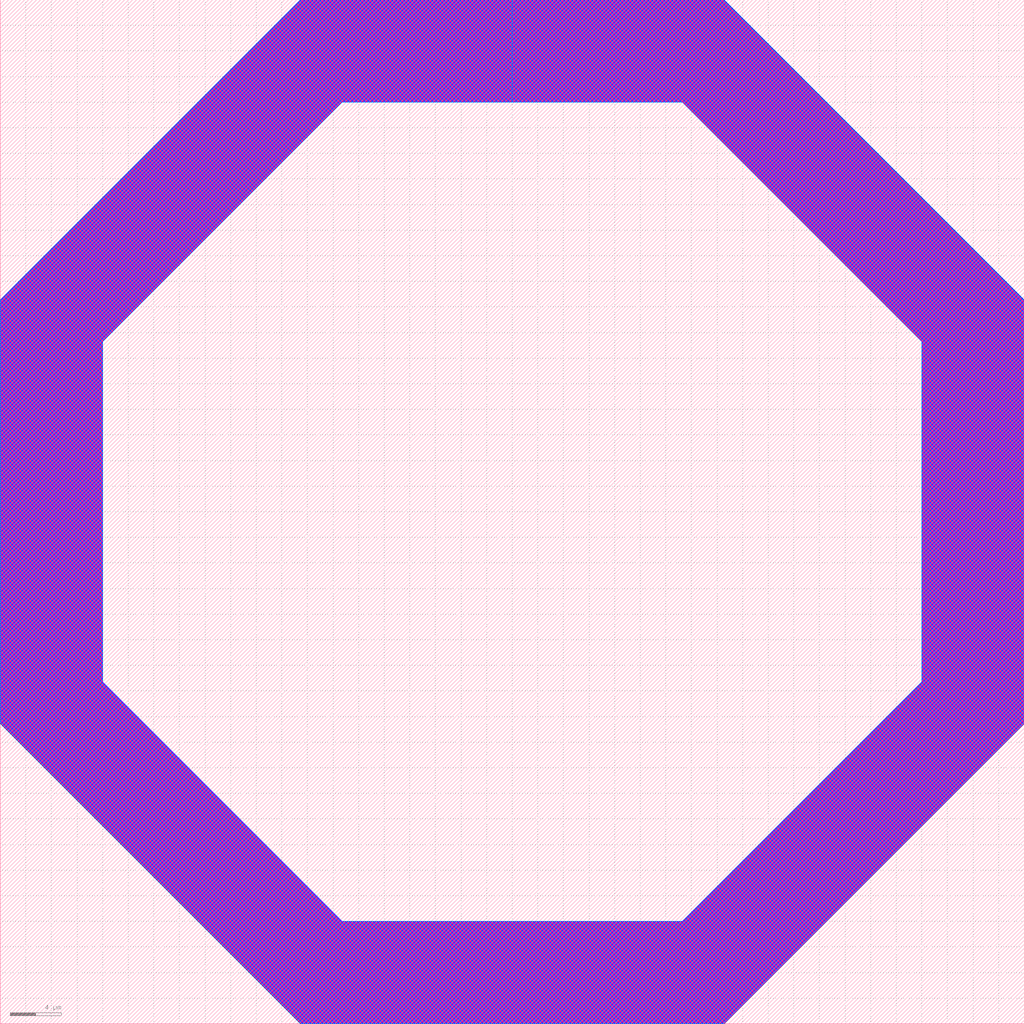
<source format=lef>
VERSION 5.8 ;
BUSBITCHARS "[]" ;
DIVIDERCHAR "/" ;

MACRO ALIGNMENT
  CLASS BLOCK ;
  SYMMETRY X Y ;
  SIZE 80.000 BY 80.000 ;
  ORIGIN 40.000 40.000 ;
  OBS
    LAYER M1 ;
    POLYGON -16.568 -40.000 -40.000 -16.568 -40.000 16.568 -16.568 40.000 0.000 40.000 0.000 32.000 -13.256 32.000 -32.000 13.256 -32.000 -13.256 -13.256 -32.000 13.256 -32.000 32.000 -13.256 32.000 13.256 13.256 32.000 0.000 32.000 0.000 40.000 16.568 40.000 40.000 16.568 40.000 -16.568 16.568 -40.000 ;
    LAYER M2 ;
    POLYGON -16.568 -40.000 -40.000 -16.568 -40.000 16.568 -16.568 40.000 0.000 40.000 0.000 32.000 -13.256 32.000 -32.000 13.256 -32.000 -13.256 -13.256 -32.000 13.256 -32.000 32.000 -13.256 32.000 13.256 13.256 32.000 0.000 32.000 0.000 40.000 16.568 40.000 40.000 16.568 40.000 -16.568 16.568 -40.000 ;
    LAYER M3 ;
    POLYGON -16.568 -40.000 -40.000 -16.568 -40.000 16.568 -16.568 40.000 0.000 40.000 0.000 32.000 -13.256 32.000 -32.000 13.256 -32.000 -13.256 -13.256 -32.000 13.256 -32.000 32.000 -13.256 32.000 13.256 13.256 32.000 0.000 32.000 0.000 40.000 16.568 40.000 40.000 16.568 40.000 -16.568 16.568 -40.000 ;
    LAYER M4 ;
    POLYGON -16.568 -40.000 -40.000 -16.568 -40.000 16.568 -16.568 40.000 0.000 40.000 0.000 32.000 -13.256 32.000 -32.000 13.256 -32.000 -13.256 -13.256 -32.000 13.256 -32.000 32.000 -13.256 32.000 13.256 13.256 32.000 0.000 32.000 0.000 40.000 16.568 40.000 40.000 16.568 40.000 -16.568 16.568 -40.000 ;
    LAYER M5 ;
    POLYGON -16.568 -40.000 -40.000 -16.568 -40.000 16.568 -16.568 40.000 0.000 40.000 0.000 32.000 -13.256 32.000 -32.000 13.256 -32.000 -13.256 -13.256 -32.000 13.256 -32.000 32.000 -13.256 32.000 13.256 13.256 32.000 0.000 32.000 0.000 40.000 16.568 40.000 40.000 16.568 40.000 -16.568 16.568 -40.000 ;
    LAYER M6 ;
    POLYGON -16.568 -40.000 -40.000 -16.568 -40.000 16.568 -16.568 40.000 0.000 40.000 0.000 32.000 -13.256 32.000 -32.000 13.256 -32.000 -13.256 -13.256 -32.000 13.256 -32.000 32.000 -13.256 32.000 13.256 13.256 32.000 0.000 32.000 0.000 40.000 16.568 40.000 40.000 16.568 40.000 -16.568 16.568 -40.000 ;
    LAYER M7 ;
    POLYGON -16.568 -40.000 -40.000 -16.568 -40.000 16.568 -16.568 40.000 0.000 40.000 0.000 32.000 -13.256 32.000 -32.000 13.256 -32.000 -13.256 -13.256 -32.000 13.256 -32.000 32.000 -13.256 32.000 13.256 13.256 32.000 0.000 32.000 0.000 40.000 16.568 40.000 40.000 16.568 40.000 -16.568 16.568 -40.000 ;
    LAYER M8 ;
    POLYGON -16.568 -40.000 -40.000 -16.568 -40.000 16.568 -16.568 40.000 0.000 40.000 0.000 32.000 -13.256 32.000 -32.000 13.256 -32.000 -13.256 -13.256 -32.000 13.256 -32.000 32.000 -13.256 32.000 13.256 13.256 32.000 0.000 32.000 0.000 40.000 16.568 40.000 40.000 16.568 40.000 -16.568 16.568 -40.000 ;
    LAYER M9 ;
    POLYGON -16.568 -40.000 -40.000 -16.568 -40.000 16.568 -16.568 40.000 0.000 40.000 0.000 32.000 -13.256 32.000 -32.000 13.256 -32.000 -13.256 -13.256 -32.000 13.256 -32.000 32.000 -13.256 32.000 13.256 13.256 32.000 0.000 32.000 0.000 40.000 16.568 40.000 40.000 16.568 40.000 -16.568 16.568 -40.000 ;
    LAYER M10 ;
    POLYGON -16.568 -40.000 -40.000 -16.568 -40.000 16.568 -16.568 40.000 0.000 40.000 0.000 32.000 -13.256 32.000 -32.000 13.256 -32.000 -13.256 -13.256 -32.000 13.256 -32.000 32.000 -13.256 32.000 13.256 13.256 32.000 0.000 32.000 0.000 40.000 16.568 40.000 40.000 16.568 40.000 -16.568 16.568 -40.000 ;
  END
END ALIGNMENT

</source>
